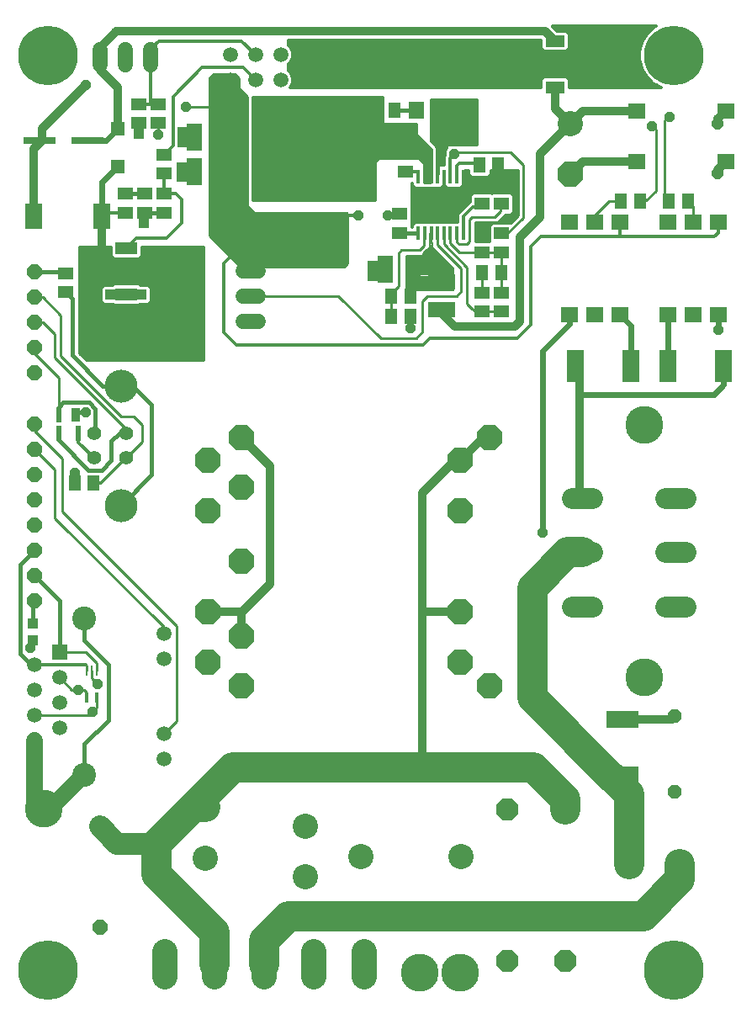
<source format=gtl>
G75*
G70*
%OFA0B0*%
%FSLAX24Y24*%
%IPPOS*%
%LPD*%
%AMOC8*
5,1,8,0,0,1.08239X$1,22.5*
%
%ADD10C,0.1000*%
%ADD11OC8,0.1000*%
%ADD12R,0.0669X0.0591*%
%ADD13R,0.0591X0.0512*%
%ADD14R,0.0512X0.0591*%
%ADD15R,0.0551X0.0551*%
%ADD16R,0.0140X0.0560*%
%ADD17R,0.0800X0.0800*%
%ADD18OC8,0.1181*%
%ADD19R,0.0630X0.1063*%
%ADD20R,0.2165X0.1969*%
%ADD21C,0.0594*%
%ADD22C,0.1000*%
%ADD23OC8,0.0885*%
%ADD24R,0.0630X0.0710*%
%ADD25R,0.1063X0.0630*%
%ADD26C,0.0825*%
%ADD27R,0.0709X0.1260*%
%ADD28R,0.1260X0.0709*%
%ADD29OC8,0.0560*%
%ADD30OC8,0.0760*%
%ADD31C,0.1502*%
%ADD32R,0.0701X0.0598*%
%ADD33R,0.0709X0.0984*%
%ADD34C,0.0594*%
%ADD35R,0.0880X0.0480*%
%ADD36R,0.0866X0.1417*%
%ADD37C,0.0560*%
%ADD38C,0.1306*%
%ADD39OC8,0.0594*%
%ADD40R,0.0594X0.0594*%
%ADD41C,0.0945*%
%ADD42R,0.0433X0.0394*%
%ADD43R,0.1280X0.0300*%
%ADD44R,0.0750X0.0450*%
%ADD45R,0.1250X0.2000*%
%ADD46R,0.0100X0.0440*%
%ADD47R,0.0120X0.0440*%
%ADD48R,0.0370X0.0520*%
%ADD49R,0.0220X0.0620*%
%ADD50OC8,0.0600*%
%ADD51C,0.1200*%
%ADD52C,0.0320*%
%ADD53C,0.0860*%
%ADD54C,0.0100*%
%ADD55C,0.0070*%
%ADD56C,0.0140*%
%ADD57C,0.0120*%
%ADD58R,0.0396X0.0396*%
%ADD59C,0.0160*%
%ADD60OC8,0.0396*%
%ADD61C,0.2362*%
%ADD62C,0.0240*%
%ADD63C,0.1500*%
%ADD64C,0.0660*%
%ADD65C,0.0200*%
%ADD66OC8,0.0436*%
D10*
X013619Y011426D03*
X013619Y013451D03*
X017556Y012703D03*
X017556Y010678D03*
X019787Y011487D03*
X023724Y011487D03*
X028072Y040528D03*
D11*
X028072Y038528D03*
X024883Y028098D03*
X023712Y027177D03*
X023712Y025177D03*
X023712Y021177D03*
X023712Y019177D03*
X024883Y018256D03*
X015041Y018256D03*
X013712Y019177D03*
X015041Y020224D03*
X013712Y021177D03*
X015041Y023177D03*
X013712Y025177D03*
X015041Y026130D03*
X013712Y027177D03*
X015041Y028098D03*
D12*
X030690Y039023D03*
X030690Y041031D03*
X034234Y041031D03*
X034234Y039023D03*
D13*
X025337Y038101D03*
X025337Y037353D03*
X024562Y037353D03*
X024562Y038101D03*
X024562Y036176D03*
X024562Y035428D03*
X025337Y035428D03*
X025337Y036176D03*
X025337Y033826D03*
X025337Y033078D03*
X024562Y033078D03*
X024562Y033826D03*
X021312Y036203D03*
X021312Y036951D03*
X021537Y038628D03*
X021537Y039376D03*
X011987Y039301D03*
X011987Y038553D03*
X011987Y037751D03*
X011987Y037003D03*
X011212Y037003D03*
X011212Y037751D03*
X010437Y037751D03*
X010437Y037003D03*
X008062Y034601D03*
X008062Y033853D03*
X010962Y040553D03*
X010962Y041301D03*
X011737Y041301D03*
X011737Y040553D03*
D14*
X020363Y041052D03*
X021111Y041052D03*
X024463Y038902D03*
X025211Y038902D03*
X025326Y034627D03*
X024578Y034627D03*
X021736Y033677D03*
X020988Y033677D03*
X020988Y032902D03*
X021736Y032902D03*
X030088Y037452D03*
X030836Y037452D03*
X031988Y037452D03*
X032736Y037452D03*
X009186Y026277D03*
X008438Y026277D03*
D15*
X010137Y038829D03*
X010137Y040325D03*
X021489Y040177D03*
X022985Y040177D03*
D16*
X023067Y038422D03*
X023317Y038422D03*
X023577Y038422D03*
X023837Y038422D03*
X022807Y038422D03*
X022557Y038422D03*
X022297Y038422D03*
X022037Y038422D03*
X022037Y036182D03*
X022297Y036182D03*
X022557Y036182D03*
X022807Y036182D03*
X023067Y036182D03*
X023317Y036182D03*
X023577Y036182D03*
X023837Y036182D03*
D17*
X022937Y037302D03*
D18*
X022937Y037302D03*
D19*
X021838Y034752D03*
X020736Y034752D03*
X014288Y038627D03*
X013186Y038627D03*
X013186Y040002D03*
X014288Y040002D03*
D20*
X018212Y039400D03*
X018212Y036054D03*
D21*
X015709Y034702D02*
X015115Y034702D01*
X015115Y033702D02*
X015709Y033702D01*
X015709Y032702D02*
X015115Y032702D01*
X011437Y042855D02*
X011437Y043449D01*
X010437Y043449D02*
X010437Y042855D01*
X009437Y042855D02*
X009437Y043449D01*
D22*
X012016Y007734D02*
X012016Y006734D01*
X013985Y006734D02*
X013985Y007734D01*
X015953Y007734D02*
X015953Y006734D01*
X017922Y006734D02*
X017922Y007734D01*
X019890Y007734D02*
X019890Y006734D01*
D23*
X025567Y007362D03*
X027873Y007362D03*
X027873Y013362D03*
X025567Y013362D03*
D24*
X023097Y041052D03*
X021977Y041052D03*
D25*
X022962Y034253D03*
X022962Y033151D03*
D26*
X028125Y025702D02*
X028950Y025702D01*
X028950Y023552D02*
X028125Y023552D01*
X028125Y021402D02*
X028950Y021402D01*
X031825Y021402D02*
X032650Y021402D01*
X032650Y023552D02*
X031825Y023552D01*
X031825Y025702D02*
X032650Y025702D01*
D27*
X031935Y030927D03*
X030464Y030927D03*
X028260Y030927D03*
X034139Y030927D03*
D28*
X030137Y016930D03*
X030137Y014725D03*
D29*
X032212Y014052D03*
X032212Y017052D03*
D30*
X032412Y011202D03*
X030412Y011202D03*
D31*
X031012Y018577D03*
X031012Y028577D03*
D32*
X031937Y032948D03*
X032937Y032948D03*
X033937Y032948D03*
X033937Y036606D03*
X032937Y036606D03*
X031937Y036606D03*
X030037Y036606D03*
X029037Y036606D03*
X028037Y036606D03*
X028037Y032948D03*
X029037Y032948D03*
X030037Y032948D03*
D33*
X009520Y036852D03*
X006804Y036852D03*
D34*
X014599Y042246D03*
X014599Y043246D03*
X015599Y043246D03*
X015599Y042246D03*
X016599Y042246D03*
X016599Y043246D03*
X011956Y020322D03*
X011956Y019322D03*
X011956Y016342D03*
X011956Y015342D03*
X007838Y016582D03*
X007838Y017582D03*
X007838Y018582D03*
X006838Y019082D03*
X006838Y018082D03*
X006838Y017082D03*
X006838Y016082D03*
D35*
X010467Y033767D03*
X010467Y034677D03*
X010467Y035587D03*
D36*
X012907Y034677D03*
D37*
X010461Y028260D03*
X010461Y027276D03*
X009201Y027276D03*
X009201Y028260D03*
D38*
X010264Y030138D03*
X010264Y025398D03*
D39*
X006837Y025627D03*
X006837Y024627D03*
X006837Y023627D03*
X006837Y022627D03*
X006837Y021627D03*
X006837Y026627D03*
X006837Y027627D03*
X006837Y028627D03*
X006837Y030652D03*
X006837Y031652D03*
X006837Y032652D03*
X006837Y033652D03*
X006837Y034652D03*
D40*
X007838Y019582D03*
D41*
X008807Y020932D03*
X008807Y014731D03*
D42*
X006787Y020043D03*
X006787Y020712D03*
D43*
X007037Y039852D03*
X008937Y039852D03*
D44*
X027472Y041967D03*
X027472Y042877D03*
X027472Y043787D03*
D45*
X025202Y042877D03*
D46*
X009312Y018867D03*
X009112Y018867D03*
X008912Y018867D03*
D47*
X008912Y017787D03*
X009312Y017787D03*
D48*
X008487Y029002D03*
D49*
X007807Y029002D03*
X007807Y028252D03*
X008567Y028252D03*
D50*
X009437Y012677D03*
X009437Y008677D03*
D51*
X011687Y010777D02*
X011687Y012002D01*
X013136Y013451D01*
X014712Y015027D01*
X022187Y015027D01*
X026612Y015027D01*
X027873Y013767D01*
X027873Y013362D01*
X029712Y014627D02*
X026562Y017777D01*
X026562Y022127D01*
X027987Y023552D01*
X028537Y023552D01*
X029734Y014630D02*
X030412Y013951D01*
X030412Y011202D01*
X032412Y010577D02*
X030962Y009127D01*
X016912Y009127D01*
X015953Y008169D01*
X015953Y007234D01*
X013985Y007234D02*
X013985Y008479D01*
X011687Y010777D01*
X013136Y013451D02*
X013619Y013451D01*
X032412Y011202D02*
X032412Y010577D01*
D52*
X030137Y014677D02*
X029734Y014630D01*
X029712Y014627D01*
X030137Y014677D02*
X030137Y014725D01*
X030137Y016930D02*
X032089Y016930D01*
X032212Y017052D01*
X028537Y025702D02*
X028437Y025802D01*
X028437Y029752D01*
X028437Y030750D01*
X028260Y030927D01*
X026087Y032702D02*
X025862Y032477D01*
X023512Y032477D01*
X022887Y033102D01*
X022962Y033202D01*
X022962Y033151D01*
X026087Y032702D02*
X026087Y036027D01*
X026887Y036827D01*
X026887Y039327D01*
X028087Y040527D01*
X028072Y040528D02*
X027472Y041128D01*
X027472Y041967D01*
X028575Y041031D02*
X028072Y040528D01*
X028575Y041031D02*
X030690Y041031D01*
X030690Y039023D02*
X028567Y039023D01*
X028072Y038528D01*
X027477Y043787D02*
X027472Y043787D01*
X027477Y043787D02*
X027087Y044177D01*
X010087Y044177D01*
X009437Y043527D01*
X009437Y043152D01*
X009437Y042652D01*
X010137Y041952D01*
X010137Y040327D01*
X010137Y040325D01*
X008862Y042052D02*
X007137Y040327D01*
X007137Y039852D01*
X006804Y039519D01*
X006804Y036852D01*
X009512Y036827D02*
X009512Y035227D01*
X010062Y034677D01*
X010467Y034677D01*
X012907Y034677D01*
X010437Y037003D02*
X010411Y036977D01*
X007137Y039852D02*
X007037Y039852D01*
X015041Y028098D02*
X016187Y026952D01*
X016187Y022302D01*
X015041Y021156D01*
X015041Y021152D01*
X015016Y021177D01*
X013712Y021177D01*
X015041Y021152D02*
X015041Y020224D01*
X022221Y021102D02*
X022221Y015061D01*
X022187Y015027D01*
X022221Y021102D02*
X022296Y021177D01*
X023712Y021177D01*
X022221Y021102D02*
X022221Y025902D01*
X023496Y027177D01*
X023712Y027177D01*
X024633Y028098D01*
X024883Y028098D01*
X018212Y039400D02*
X018085Y039400D01*
X033912Y038702D02*
X034234Y039023D01*
X033912Y038702D02*
X033912Y038552D01*
X033912Y040527D02*
X033912Y040710D01*
X034234Y041031D01*
D53*
X011687Y012002D02*
X010112Y012002D01*
X009437Y012677D01*
D54*
X011962Y016352D02*
X012462Y016852D01*
X012462Y020627D01*
X007937Y025152D01*
X007937Y027252D01*
X006837Y028352D01*
X006837Y028627D01*
X006837Y027627D02*
X007637Y026827D01*
X007637Y024902D01*
X011956Y020583D01*
X011956Y020322D01*
X009312Y019152D02*
X009312Y018867D01*
X009112Y018867D02*
X009112Y018552D01*
X009337Y018327D01*
X008912Y018002D02*
X008812Y018102D01*
X008562Y018102D01*
X008318Y018102D01*
X007838Y018582D01*
X007838Y019582D02*
X008882Y019582D01*
X009312Y019152D01*
X008912Y019052D02*
X008912Y018867D01*
X008912Y019052D02*
X008887Y019077D01*
X008912Y018002D02*
X008912Y017787D01*
X009312Y017787D02*
X009312Y017402D01*
X009137Y017227D01*
X008992Y017082D01*
X006838Y017082D01*
X008438Y026277D02*
X008438Y026676D01*
X008437Y026677D01*
X008567Y028035D02*
X008567Y028252D01*
X007807Y029002D02*
X007807Y029122D01*
X007812Y029127D02*
X007812Y030452D01*
X006837Y031427D01*
X006837Y031652D01*
X007637Y031252D02*
X010461Y028428D01*
X010461Y028260D01*
X010287Y028927D02*
X010762Y028927D01*
X011112Y028577D01*
X011112Y027927D01*
X010462Y027277D01*
X010287Y028927D02*
X007887Y031327D01*
X007887Y032927D01*
X007162Y033652D01*
X006837Y033652D01*
X006837Y032652D02*
X007187Y032652D01*
X007637Y032202D01*
X007637Y031252D01*
X008612Y031431D02*
X008612Y035652D01*
X009857Y035652D01*
X009857Y035277D01*
X009957Y035177D01*
X010977Y035177D01*
X011077Y035277D01*
X011077Y035652D01*
X013537Y035652D01*
X013537Y031152D01*
X008891Y031152D01*
X008612Y031431D01*
X013537Y031431D01*
X013537Y031333D02*
X008710Y031333D01*
X008809Y031234D02*
X013537Y031234D01*
X013537Y031530D02*
X008612Y031530D01*
X008612Y031628D02*
X013537Y031628D01*
X013537Y031727D02*
X008612Y031727D01*
X008612Y031825D02*
X013537Y031825D01*
X013537Y031924D02*
X008612Y031924D01*
X008612Y032022D02*
X013537Y032022D01*
X013537Y032121D02*
X008612Y032121D01*
X008612Y032219D02*
X013537Y032219D01*
X013537Y032318D02*
X008612Y032318D01*
X008612Y032416D02*
X013537Y032416D01*
X013537Y032515D02*
X008612Y032515D01*
X008612Y032613D02*
X013537Y032613D01*
X013537Y032712D02*
X008612Y032712D01*
X008612Y032810D02*
X013537Y032810D01*
X013537Y032909D02*
X008612Y032909D01*
X008612Y033007D02*
X013537Y033007D01*
X013537Y033106D02*
X008612Y033106D01*
X008612Y033204D02*
X013537Y033204D01*
X013537Y033303D02*
X008612Y033303D01*
X008612Y033401D02*
X009551Y033401D01*
X009569Y033384D02*
X009930Y033384D01*
X009957Y033357D01*
X010977Y033357D01*
X011004Y033384D01*
X011331Y033384D01*
X011430Y033484D01*
X011430Y034021D01*
X011331Y034120D01*
X011034Y034120D01*
X010977Y034177D01*
X009957Y034177D01*
X009900Y034120D01*
X009569Y034120D01*
X009469Y034021D01*
X009469Y033484D01*
X009569Y033384D01*
X009469Y033500D02*
X008612Y033500D01*
X008612Y033598D02*
X009469Y033598D01*
X009469Y033697D02*
X008612Y033697D01*
X008612Y033795D02*
X009469Y033795D01*
X009469Y033894D02*
X008612Y033894D01*
X008612Y033992D02*
X009469Y033992D01*
X009539Y034091D02*
X008612Y034091D01*
X008612Y034189D02*
X013537Y034189D01*
X013537Y034091D02*
X011360Y034091D01*
X011430Y033992D02*
X013537Y033992D01*
X013537Y033894D02*
X011430Y033894D01*
X011430Y033795D02*
X013537Y033795D01*
X013537Y033697D02*
X011430Y033697D01*
X011430Y033598D02*
X013537Y033598D01*
X013537Y033500D02*
X011430Y033500D01*
X011348Y033401D02*
X013537Y033401D01*
X013537Y034288D02*
X008612Y034288D01*
X008612Y034386D02*
X013537Y034386D01*
X013537Y034485D02*
X008612Y034485D01*
X008612Y034583D02*
X013537Y034583D01*
X013537Y034682D02*
X008612Y034682D01*
X008612Y034780D02*
X013537Y034780D01*
X013537Y034879D02*
X008612Y034879D01*
X008612Y034977D02*
X013537Y034977D01*
X013537Y035076D02*
X008612Y035076D01*
X008612Y035174D02*
X013537Y035174D01*
X013537Y035273D02*
X011073Y035273D01*
X011077Y035371D02*
X013537Y035371D01*
X013537Y035470D02*
X011077Y035470D01*
X011077Y035568D02*
X013537Y035568D01*
X013902Y035962D02*
X019237Y035962D01*
X019237Y035864D02*
X014000Y035864D01*
X014099Y035765D02*
X019237Y035765D01*
X019237Y035667D02*
X014197Y035667D01*
X014296Y035568D02*
X019237Y035568D01*
X019237Y035470D02*
X014394Y035470D01*
X014493Y035371D02*
X019237Y035371D01*
X019237Y035273D02*
X014591Y035273D01*
X014690Y035174D02*
X019237Y035174D01*
X019237Y035076D02*
X014788Y035076D01*
X014887Y034977D02*
X019237Y034977D01*
X019112Y034852D01*
X015012Y034852D01*
X013787Y036077D01*
X013787Y042352D01*
X013937Y042502D01*
X014762Y042502D01*
X014937Y042327D01*
X014937Y041927D01*
X015262Y041602D01*
X015262Y037252D01*
X015537Y036977D01*
X019087Y036977D01*
X019237Y036827D01*
X019237Y034977D01*
X019139Y034879D02*
X014985Y034879D01*
X015412Y033702D02*
X018887Y033702D01*
X020562Y032027D01*
X021962Y032027D01*
X022212Y032277D01*
X022212Y033502D01*
X022412Y033702D01*
X023562Y033702D01*
X023737Y033877D01*
X023737Y034777D01*
X022807Y035707D01*
X022807Y036182D01*
X022812Y036182D01*
X023067Y036182D02*
X023067Y035747D01*
X023987Y034827D01*
X023987Y033402D01*
X024186Y033203D01*
X024187Y033202D02*
X024311Y033078D01*
X024562Y033078D01*
X025337Y033078D01*
X025337Y033826D02*
X025337Y034651D01*
X025326Y034627D01*
X025337Y034703D01*
X025337Y035428D01*
X024562Y035428D01*
X023686Y035428D01*
X023317Y035797D01*
X023317Y036182D01*
X023577Y036182D02*
X023577Y035837D01*
X023662Y035752D01*
X023987Y035752D01*
X024087Y035852D01*
X024087Y036727D01*
X024187Y036827D01*
X025087Y036827D01*
X025312Y037052D01*
X025337Y037353D01*
X025505Y036927D02*
X025703Y036927D01*
X025802Y037027D01*
X025802Y037679D01*
X025703Y037779D01*
X024971Y037779D01*
X024950Y037757D01*
X024928Y037779D01*
X024196Y037779D01*
X024097Y037679D01*
X024097Y037437D01*
X023982Y037322D01*
X023607Y036947D01*
X021787Y036947D01*
X021787Y036849D02*
X023607Y036849D01*
X023607Y036947D02*
X023607Y036632D01*
X021897Y036632D01*
X021797Y036533D01*
X021797Y036427D01*
X021787Y036427D01*
X021787Y038177D01*
X021797Y038177D01*
X021797Y038072D01*
X021897Y037972D01*
X022947Y037972D01*
X023047Y038072D01*
X023047Y038177D01*
X023077Y038177D01*
X023077Y038072D01*
X023177Y037972D01*
X023717Y037972D01*
X023817Y038072D01*
X023817Y038177D01*
X023887Y038177D01*
X023887Y038677D01*
X024037Y038677D01*
X024037Y038536D01*
X024137Y038437D01*
X024789Y038437D01*
X024889Y038536D01*
X024889Y038677D01*
X025992Y038677D01*
X025992Y036893D01*
X025701Y036602D01*
X024971Y036602D01*
X024872Y036503D01*
X024872Y035854D01*
X024307Y035854D01*
X024307Y036607D01*
X025178Y036607D01*
X025307Y036736D01*
X025461Y036890D01*
X025505Y036927D01*
X025420Y036849D02*
X025948Y036849D01*
X025992Y036947D02*
X025723Y036947D01*
X025802Y037046D02*
X025992Y037046D01*
X025992Y037144D02*
X025802Y037144D01*
X025802Y037243D02*
X025992Y037243D01*
X025992Y037341D02*
X025802Y037341D01*
X025802Y037440D02*
X025992Y037440D01*
X025992Y037538D02*
X025802Y037538D01*
X025802Y037637D02*
X025992Y037637D01*
X025992Y037735D02*
X025747Y037735D01*
X025992Y037834D02*
X021787Y037834D01*
X021787Y037932D02*
X025992Y037932D01*
X025992Y038031D02*
X023776Y038031D01*
X023817Y038129D02*
X025992Y038129D01*
X025992Y038228D02*
X023887Y038228D01*
X023887Y038326D02*
X025992Y038326D01*
X025992Y038425D02*
X023887Y038425D01*
X023887Y038523D02*
X024050Y038523D01*
X024037Y038622D02*
X023887Y038622D01*
X023487Y039302D02*
X023587Y039402D01*
X025712Y039402D01*
X026212Y038902D01*
X026212Y036802D01*
X025587Y036177D01*
X025387Y036177D01*
X025362Y036152D01*
X024872Y036159D02*
X024307Y036159D01*
X024307Y036061D02*
X024872Y036061D01*
X024872Y035962D02*
X024307Y035962D01*
X024307Y035864D02*
X024872Y035864D01*
X024872Y036258D02*
X024307Y036258D01*
X024307Y036356D02*
X024872Y036356D01*
X024872Y036455D02*
X024307Y036455D01*
X024307Y036553D02*
X024923Y036553D01*
X025223Y036652D02*
X025751Y036652D01*
X025849Y036750D02*
X025321Y036750D01*
X025307Y036736D02*
X025307Y036736D01*
X024097Y037440D02*
X021787Y037440D01*
X021787Y037538D02*
X024097Y037538D01*
X024097Y037637D02*
X021787Y037637D01*
X021787Y037735D02*
X024153Y037735D01*
X024001Y037341D02*
X021787Y037341D01*
X021787Y037243D02*
X023902Y037243D01*
X023804Y037144D02*
X021787Y037144D01*
X021787Y037046D02*
X023705Y037046D01*
X023607Y036750D02*
X021787Y036750D01*
X021787Y036652D02*
X023607Y036652D01*
X022297Y036182D02*
X022287Y036182D01*
X022287Y035702D01*
X022112Y035527D01*
X021387Y035527D01*
X021262Y035402D01*
X021262Y034077D01*
X020988Y033803D01*
X020988Y033677D01*
X020988Y032902D01*
X021736Y032902D02*
X021737Y032901D01*
X021737Y032427D01*
X020736Y034752D02*
X020611Y034877D01*
X020237Y034877D01*
X019237Y036061D02*
X013803Y036061D01*
X013787Y036159D02*
X019237Y036159D01*
X019237Y036258D02*
X013787Y036258D01*
X013787Y036356D02*
X019237Y036356D01*
X019237Y036455D02*
X013787Y036455D01*
X013787Y036553D02*
X019237Y036553D01*
X019237Y036652D02*
X013787Y036652D01*
X013787Y036750D02*
X019237Y036750D01*
X019215Y036849D02*
X013787Y036849D01*
X013787Y036947D02*
X019117Y036947D01*
X020337Y037477D02*
X015487Y037477D01*
X015487Y041602D01*
X020637Y041602D01*
X020637Y040527D01*
X021962Y040527D01*
X021962Y040102D01*
X022562Y039502D01*
X022562Y038977D01*
X022537Y038952D01*
X022537Y038202D01*
X022287Y038202D01*
X022287Y038952D01*
X022087Y039152D01*
X020462Y039152D01*
X020337Y039027D01*
X020337Y037477D01*
X020337Y037538D02*
X015487Y037538D01*
X015487Y037637D02*
X020337Y037637D01*
X020337Y037735D02*
X015487Y037735D01*
X015487Y037834D02*
X020337Y037834D01*
X020337Y037932D02*
X015487Y037932D01*
X015487Y038031D02*
X020337Y038031D01*
X020337Y038129D02*
X015487Y038129D01*
X015487Y038228D02*
X020337Y038228D01*
X020337Y038326D02*
X015487Y038326D01*
X015487Y038425D02*
X020337Y038425D01*
X020337Y038523D02*
X015487Y038523D01*
X015487Y038622D02*
X020337Y038622D01*
X020337Y038720D02*
X015487Y038720D01*
X015487Y038819D02*
X020337Y038819D01*
X020337Y038917D02*
X015487Y038917D01*
X015487Y039016D02*
X020337Y039016D01*
X020424Y039114D02*
X015487Y039114D01*
X015487Y039213D02*
X022562Y039213D01*
X022562Y039311D02*
X015487Y039311D01*
X015487Y039410D02*
X022562Y039410D01*
X022556Y039508D02*
X015487Y039508D01*
X015487Y039607D02*
X022457Y039607D01*
X022359Y039705D02*
X015487Y039705D01*
X015487Y039804D02*
X022260Y039804D01*
X022162Y039902D02*
X015487Y039902D01*
X015487Y040001D02*
X022063Y040001D01*
X021965Y040099D02*
X015487Y040099D01*
X015487Y040198D02*
X021962Y040198D01*
X021962Y040296D02*
X015487Y040296D01*
X015487Y040395D02*
X021962Y040395D01*
X021962Y040493D02*
X015487Y040493D01*
X015487Y040592D02*
X020637Y040592D01*
X020637Y040690D02*
X015487Y040690D01*
X015487Y040789D02*
X020637Y040789D01*
X020637Y040887D02*
X015487Y040887D01*
X015487Y040986D02*
X020637Y040986D01*
X020637Y041084D02*
X015487Y041084D01*
X015487Y041183D02*
X020637Y041183D01*
X020637Y041281D02*
X015487Y041281D01*
X015487Y041380D02*
X020637Y041380D01*
X020637Y041478D02*
X015487Y041478D01*
X015487Y041577D02*
X020637Y041577D01*
X022537Y041502D02*
X022537Y039852D01*
X022787Y039602D01*
X022787Y038783D01*
X022797Y038773D01*
X022797Y038527D01*
X022827Y038527D01*
X022827Y038773D01*
X022837Y038783D01*
X022837Y038852D01*
X022887Y038902D01*
X023077Y038902D01*
X023077Y039205D01*
X023114Y039293D01*
X023119Y039298D01*
X023119Y039480D01*
X023187Y039548D01*
X023187Y039702D01*
X024387Y039702D01*
X024387Y041502D01*
X022537Y041502D01*
X022537Y041478D02*
X024387Y041478D01*
X024387Y041380D02*
X022537Y041380D01*
X022537Y041281D02*
X024387Y041281D01*
X024387Y041183D02*
X022537Y041183D01*
X022537Y041084D02*
X024387Y041084D01*
X024387Y040986D02*
X022537Y040986D01*
X022537Y040887D02*
X024387Y040887D01*
X024387Y040789D02*
X022537Y040789D01*
X022537Y040690D02*
X024387Y040690D01*
X024387Y040592D02*
X022537Y040592D01*
X022537Y040493D02*
X024387Y040493D01*
X024387Y040395D02*
X022537Y040395D01*
X022537Y040296D02*
X024387Y040296D01*
X024387Y040198D02*
X022537Y040198D01*
X022537Y040099D02*
X024387Y040099D01*
X024387Y040001D02*
X022537Y040001D01*
X022537Y039902D02*
X024387Y039902D01*
X024387Y039804D02*
X022585Y039804D01*
X022684Y039705D02*
X024387Y039705D01*
X024889Y038622D02*
X025992Y038622D01*
X025992Y038523D02*
X024876Y038523D01*
X023118Y038031D02*
X023006Y038031D01*
X023047Y038129D02*
X023077Y038129D01*
X022827Y038622D02*
X022797Y038622D01*
X022797Y038720D02*
X022827Y038720D01*
X022837Y038819D02*
X022787Y038819D01*
X022787Y038917D02*
X023077Y038917D01*
X023077Y039016D02*
X022787Y039016D01*
X022787Y039114D02*
X023077Y039114D01*
X023080Y039213D02*
X022787Y039213D01*
X022787Y039311D02*
X023119Y039311D01*
X023119Y039410D02*
X022787Y039410D01*
X022787Y039508D02*
X023148Y039508D01*
X023187Y039607D02*
X022782Y039607D01*
X022562Y039114D02*
X022125Y039114D01*
X022223Y039016D02*
X022562Y039016D01*
X022537Y038917D02*
X022287Y038917D01*
X022287Y038819D02*
X022537Y038819D01*
X022537Y038720D02*
X022287Y038720D01*
X022287Y038622D02*
X022537Y038622D01*
X022537Y038523D02*
X022287Y038523D01*
X022287Y038425D02*
X022537Y038425D01*
X022537Y038326D02*
X022287Y038326D01*
X022287Y038228D02*
X022537Y038228D01*
X021838Y038031D02*
X021787Y038031D01*
X021787Y038129D02*
X021797Y038129D01*
X021787Y036553D02*
X021818Y036553D01*
X021797Y036455D02*
X021787Y036455D01*
X022287Y036202D02*
X022287Y036182D01*
X024578Y034627D02*
X024588Y033902D01*
X024562Y033826D01*
X029037Y036606D02*
X029037Y036877D01*
X029613Y037453D01*
X030088Y037452D01*
X030836Y037452D02*
X030862Y037478D01*
X031088Y037478D01*
X031462Y037852D01*
X031462Y040277D01*
X031312Y040427D01*
X031812Y040652D02*
X032012Y040802D01*
X031812Y040652D02*
X031812Y037627D01*
X031987Y037452D01*
X031988Y037452D01*
X032736Y037452D02*
X032937Y037251D01*
X032937Y036606D01*
X015468Y037046D02*
X013787Y037046D01*
X013787Y037144D02*
X015370Y037144D01*
X015271Y037243D02*
X013787Y037243D01*
X013787Y037341D02*
X015262Y037341D01*
X015262Y037440D02*
X013787Y037440D01*
X013787Y037538D02*
X015262Y037538D01*
X015262Y037637D02*
X013787Y037637D01*
X013787Y037735D02*
X015262Y037735D01*
X015262Y037834D02*
X013787Y037834D01*
X013787Y037932D02*
X015262Y037932D01*
X015262Y038031D02*
X013787Y038031D01*
X013787Y038129D02*
X015262Y038129D01*
X015262Y038228D02*
X013787Y038228D01*
X013787Y038326D02*
X015262Y038326D01*
X015262Y038425D02*
X013787Y038425D01*
X013787Y038523D02*
X015262Y038523D01*
X015262Y038622D02*
X013787Y038622D01*
X013787Y038720D02*
X015262Y038720D01*
X015262Y038819D02*
X013787Y038819D01*
X013787Y038917D02*
X015262Y038917D01*
X015262Y039016D02*
X013787Y039016D01*
X013787Y039114D02*
X015262Y039114D01*
X015262Y039213D02*
X013787Y039213D01*
X013787Y039311D02*
X015262Y039311D01*
X015262Y039410D02*
X013787Y039410D01*
X013787Y039508D02*
X015262Y039508D01*
X015262Y039607D02*
X013787Y039607D01*
X013787Y039705D02*
X015262Y039705D01*
X015262Y039804D02*
X013787Y039804D01*
X013787Y039902D02*
X015262Y039902D01*
X015262Y040001D02*
X013787Y040001D01*
X013787Y040099D02*
X015262Y040099D01*
X015262Y040198D02*
X013787Y040198D01*
X013787Y040296D02*
X015262Y040296D01*
X015262Y040395D02*
X013787Y040395D01*
X013787Y040493D02*
X015262Y040493D01*
X015262Y040592D02*
X013787Y040592D01*
X013787Y040690D02*
X015262Y040690D01*
X015262Y040789D02*
X013787Y040789D01*
X013787Y040887D02*
X015262Y040887D01*
X015262Y040986D02*
X013787Y040986D01*
X013787Y041084D02*
X015262Y041084D01*
X015262Y041183D02*
X013787Y041183D01*
X013787Y041281D02*
X015262Y041281D01*
X015262Y041380D02*
X013787Y041380D01*
X013787Y041478D02*
X015262Y041478D01*
X015262Y041577D02*
X013787Y041577D01*
X013787Y041675D02*
X015189Y041675D01*
X015090Y041774D02*
X013787Y041774D01*
X013787Y041872D02*
X014992Y041872D01*
X014937Y041971D02*
X013787Y041971D01*
X013787Y042069D02*
X014937Y042069D01*
X014937Y042168D02*
X013787Y042168D01*
X013787Y042266D02*
X014937Y042266D01*
X014899Y042365D02*
X013800Y042365D01*
X013898Y042463D02*
X014801Y042463D01*
X014162Y041202D02*
X014212Y041152D01*
X014162Y041202D02*
X012837Y041202D01*
X011737Y040553D02*
X011737Y040102D01*
X009857Y035568D02*
X008612Y035568D01*
X008612Y035470D02*
X009857Y035470D01*
X009857Y035371D02*
X008612Y035371D01*
X008612Y035273D02*
X009861Y035273D01*
D55*
X021562Y035277D02*
X021562Y033927D01*
X023437Y033927D01*
X023437Y034787D01*
X022602Y035622D01*
X022602Y035818D01*
X022582Y035838D01*
X022582Y036177D01*
X022522Y036177D01*
X022522Y035838D01*
X022492Y035808D01*
X022492Y035617D01*
X022317Y035442D01*
X022237Y035362D01*
X022863Y035362D01*
X022931Y035293D02*
X022237Y035293D01*
X022237Y035277D02*
X022237Y035362D01*
X022237Y035277D02*
X021562Y035277D01*
X021562Y035225D02*
X023000Y035225D01*
X023068Y035156D02*
X021562Y035156D01*
X021562Y035088D02*
X023137Y035088D01*
X023205Y035019D02*
X021562Y035019D01*
X021562Y034951D02*
X023274Y034951D01*
X023342Y034882D02*
X021562Y034882D01*
X021562Y034814D02*
X023411Y034814D01*
X023437Y034745D02*
X021562Y034745D01*
X021562Y034677D02*
X023437Y034677D01*
X023437Y034608D02*
X021562Y034608D01*
X021562Y034540D02*
X023437Y034540D01*
X023437Y034471D02*
X021562Y034471D01*
X021562Y034403D02*
X023437Y034403D01*
X023437Y034334D02*
X021562Y034334D01*
X021562Y034266D02*
X023437Y034266D01*
X023437Y034197D02*
X021562Y034197D01*
X021562Y034129D02*
X023437Y034129D01*
X023437Y034060D02*
X021562Y034060D01*
X021562Y033992D02*
X023437Y033992D01*
X022794Y035430D02*
X022305Y035430D01*
X022374Y035499D02*
X022726Y035499D01*
X022657Y035567D02*
X022442Y035567D01*
X022492Y035636D02*
X022602Y035636D01*
X022602Y035704D02*
X022492Y035704D01*
X022492Y035773D02*
X022602Y035773D01*
X022582Y035841D02*
X022522Y035841D01*
X022522Y035910D02*
X022582Y035910D01*
X022582Y035978D02*
X022522Y035978D01*
X022522Y036047D02*
X022582Y036047D01*
X022582Y036115D02*
X022522Y036115D01*
D56*
X022037Y036182D02*
X021967Y036182D01*
X021962Y036177D01*
X022037Y038422D02*
X022037Y038602D01*
X022011Y038628D01*
X021537Y038628D01*
X022297Y038422D02*
X022297Y039137D01*
X022312Y039152D01*
X022807Y038847D02*
X022887Y038927D01*
X022807Y038847D02*
X022807Y038422D01*
X023317Y038422D02*
X023317Y039157D01*
X023487Y039327D01*
D57*
X023687Y038952D02*
X024413Y038952D01*
X024463Y038902D01*
X023687Y038952D02*
X023577Y038842D01*
X023577Y038422D01*
X022557Y038422D02*
X022557Y038982D01*
X021312Y036951D02*
X020837Y036902D01*
X019662Y036902D02*
X018887Y036902D01*
X018037Y036052D01*
X018012Y036052D02*
X017987Y036027D01*
X017962Y036052D01*
X018212Y036054D01*
X017987Y036027D02*
X017437Y035477D01*
X017237Y035477D01*
X017262Y035452D01*
X014762Y035427D02*
X014337Y035002D01*
X014337Y032252D01*
X014837Y031752D01*
X022237Y031752D01*
X022512Y032027D01*
X025987Y032027D01*
X026512Y032552D01*
X026512Y035652D01*
X026912Y036052D01*
X030037Y036052D01*
X030037Y036606D01*
X030037Y036052D02*
X033787Y036052D01*
X033937Y036202D01*
X033937Y036602D01*
X031660Y041952D02*
X028027Y041952D01*
X028027Y042267D01*
X027922Y042372D01*
X027023Y042372D01*
X026917Y042267D01*
X026917Y041952D01*
X016980Y041952D01*
X017004Y041976D01*
X017076Y042152D01*
X017076Y042341D01*
X017004Y042517D01*
X016912Y042608D01*
X016912Y042885D01*
X017004Y042976D01*
X017076Y043152D01*
X017076Y043341D01*
X017004Y043517D01*
X016912Y043608D01*
X016912Y043837D01*
X026917Y043837D01*
X026917Y043488D01*
X027023Y043382D01*
X027922Y043382D01*
X028027Y043488D01*
X028027Y044087D01*
X027922Y044192D01*
X027553Y044192D01*
X027375Y044370D01*
X027358Y044387D01*
X031474Y044387D01*
X031342Y044312D01*
X031089Y044058D01*
X030910Y043748D01*
X030817Y043402D01*
X030817Y043043D01*
X030910Y042697D01*
X031089Y042387D01*
X031342Y042133D01*
X031653Y041954D01*
X031660Y041952D01*
X031498Y042044D02*
X028027Y042044D01*
X028027Y042162D02*
X031314Y042162D01*
X031195Y042281D02*
X028013Y042281D01*
X026931Y042281D02*
X017076Y042281D01*
X017076Y042162D02*
X026917Y042162D01*
X026917Y042044D02*
X017032Y042044D01*
X017052Y042399D02*
X031082Y042399D01*
X031013Y042518D02*
X017003Y042518D01*
X016912Y042636D02*
X030945Y042636D01*
X030894Y042755D02*
X016912Y042755D01*
X016912Y042873D02*
X030863Y042873D01*
X030831Y042992D02*
X017010Y042992D01*
X017059Y043110D02*
X030817Y043110D01*
X030817Y043229D02*
X017076Y043229D01*
X017074Y043347D02*
X030817Y043347D01*
X030834Y043466D02*
X028005Y043466D01*
X028027Y043584D02*
X030866Y043584D01*
X030898Y043703D02*
X028027Y043703D01*
X028027Y043821D02*
X030952Y043821D01*
X031021Y043940D02*
X028027Y043940D01*
X028027Y044058D02*
X031089Y044058D01*
X031208Y044177D02*
X027937Y044177D01*
X027450Y044295D02*
X031326Y044295D01*
X026917Y043821D02*
X016912Y043821D01*
X016912Y043703D02*
X026917Y043703D01*
X026917Y043584D02*
X016936Y043584D01*
X017025Y043466D02*
X026939Y043466D01*
X024562Y037252D02*
X024537Y037227D01*
X024212Y037227D01*
X023837Y036852D01*
X023837Y036182D01*
X015599Y042246D02*
X015094Y042752D01*
X013487Y042752D01*
X012337Y041602D01*
X012337Y039651D01*
X011987Y039301D01*
X011987Y038578D02*
X011987Y038553D01*
X011987Y037751D01*
X012438Y037751D01*
X012662Y037527D01*
X012662Y036577D01*
X012087Y036002D01*
X010882Y036002D01*
X010467Y035587D01*
X010411Y036977D02*
X009637Y036977D01*
X009512Y036852D01*
X010962Y040127D02*
X010962Y040553D01*
X010962Y041301D02*
X011436Y041301D01*
X011437Y041302D01*
X011736Y041302D01*
X011737Y041301D01*
X011437Y041302D02*
X011437Y043152D01*
X011437Y043477D01*
X011762Y043802D01*
X015044Y043802D01*
X015599Y043246D01*
X013186Y040002D02*
X012986Y039802D01*
X012712Y039802D01*
X013186Y038627D02*
X013011Y038427D01*
X012687Y038427D01*
X008579Y028035D02*
X008579Y027897D01*
X009201Y027276D01*
X009186Y026277D02*
X009462Y026277D01*
X010461Y027276D01*
X006787Y020043D02*
X006697Y019993D01*
X006687Y019752D01*
X006838Y019082D02*
X006843Y019077D01*
X008887Y019077D01*
D58*
X009837Y033752D03*
X011062Y033752D03*
X011187Y036577D03*
X012687Y038427D03*
X012687Y038802D03*
X012712Y039802D03*
X012712Y040177D03*
X010962Y040127D03*
X016162Y040827D03*
X016762Y040827D03*
X017362Y040827D03*
X017962Y040827D03*
X018562Y040827D03*
X019162Y040827D03*
X019762Y040827D03*
X022162Y037697D03*
X022162Y037302D03*
X022162Y036907D03*
X023712Y037377D03*
X023712Y037747D03*
X024237Y042102D03*
X024237Y042502D03*
X024237Y042902D03*
X024237Y043302D03*
X026237Y043302D03*
X026237Y042902D03*
X026237Y042502D03*
X026237Y042102D03*
X020237Y034877D03*
X020237Y034502D03*
D59*
X021337Y036177D02*
X021312Y036202D01*
X021337Y036177D02*
X021962Y036177D01*
X021977Y041052D02*
X021111Y041052D01*
X017237Y035477D02*
X017062Y035302D01*
X011987Y037003D02*
X011212Y037003D01*
X011212Y036577D01*
X011187Y036577D01*
X011212Y037751D02*
X010437Y037751D01*
X008011Y034652D02*
X008062Y034601D01*
X008011Y034652D02*
X006837Y034652D01*
X008062Y033853D02*
X008337Y033578D01*
X008337Y031352D01*
X009551Y030138D01*
X010264Y030138D01*
X010726Y030138D01*
X011487Y029377D01*
X011487Y026621D01*
X010264Y025398D01*
X009512Y026802D02*
X008987Y026802D01*
X007807Y027982D01*
X007807Y028252D01*
X007807Y029002D02*
X007812Y029007D01*
X007812Y029127D01*
X007812Y029302D01*
X007987Y029477D01*
X009012Y029477D01*
X009251Y029238D01*
X009251Y028310D01*
X009201Y028260D01*
X009887Y027952D02*
X010195Y028260D01*
X010461Y028260D01*
X009887Y027952D02*
X009887Y027177D01*
X009512Y026802D01*
X008579Y028035D02*
X008567Y028035D01*
X008487Y029002D02*
X008562Y029077D01*
X008862Y029077D01*
X010467Y033752D02*
X010467Y033767D01*
X010467Y033752D02*
X011062Y033752D01*
X006837Y023627D02*
X006262Y023052D01*
X006262Y019527D01*
X006707Y019082D01*
X006838Y019082D01*
X007838Y019582D02*
X007838Y021626D01*
X006837Y022627D01*
X006837Y021627D02*
X006787Y021577D01*
X006787Y020712D01*
X008807Y020932D02*
X008807Y020058D01*
X009762Y019102D01*
X009762Y016902D01*
X008807Y015947D01*
X008807Y014731D01*
D60*
X009137Y017227D03*
X008562Y018102D03*
X009337Y018327D03*
X006687Y019752D03*
X008437Y026677D03*
X008862Y029077D03*
X011737Y040102D03*
X012837Y041202D03*
X008862Y042052D03*
X019662Y036902D03*
X020837Y036902D03*
X023487Y039327D03*
X021737Y032427D03*
X026962Y024327D03*
X033937Y032352D03*
X031312Y040427D03*
X032012Y040802D03*
D61*
X007375Y007002D03*
X032178Y007002D03*
X032178Y043222D03*
X007375Y043222D03*
D62*
X008937Y039852D02*
X009662Y039852D01*
X010137Y040327D01*
X010137Y038827D02*
X009520Y038210D01*
X009520Y036852D01*
X026962Y031527D02*
X026962Y024327D01*
X028437Y029752D02*
X028487Y029802D01*
X033762Y029802D01*
X034139Y030180D01*
X034139Y030927D01*
X033937Y032352D02*
X033937Y032948D01*
X031935Y032855D02*
X031935Y030927D01*
X030464Y030927D02*
X030464Y032521D01*
X030037Y032948D01*
X031912Y032877D02*
X031935Y032855D01*
X028037Y032948D02*
X028037Y032602D01*
X026962Y031527D01*
D63*
X023712Y006877D03*
X022112Y006877D03*
X007212Y013377D03*
D64*
X006838Y013751D01*
X006838Y016082D01*
X008807Y014731D02*
X007452Y013377D01*
X007212Y013377D01*
D65*
X031910Y032871D02*
X031937Y032948D01*
D66*
X033912Y038552D03*
X033912Y040527D03*
M02*

</source>
